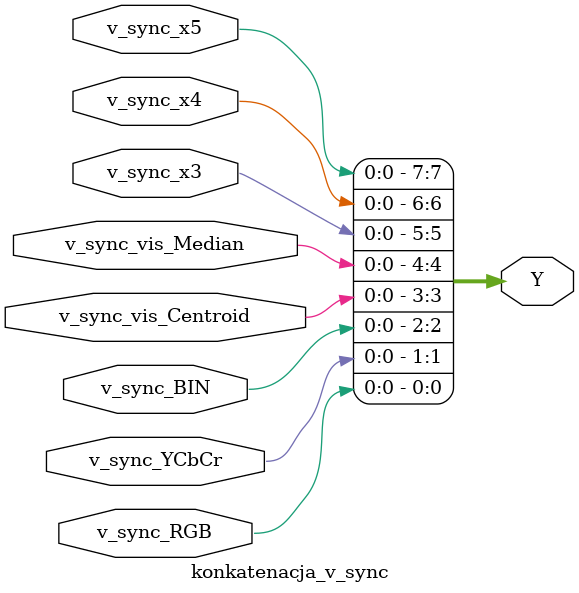
<source format=v>
`timescale 1ns / 1ps





module konkatenacja_v_sync(
    input v_sync_RGB,
        input v_sync_YCbCr,
        input v_sync_BIN,
        input v_sync_vis_Centroid,
        input v_sync_vis_Median,
        input v_sync_x3,
        input v_sync_x4,
        input v_sync_x5,
        output [7:0] Y       
);
assign Y = {v_sync_x5,v_sync_x4,v_sync_x3,v_sync_vis_Median,v_sync_vis_Centroid,v_sync_BIN,v_sync_YCbCr,v_sync_RGB};
endmodule
</source>
